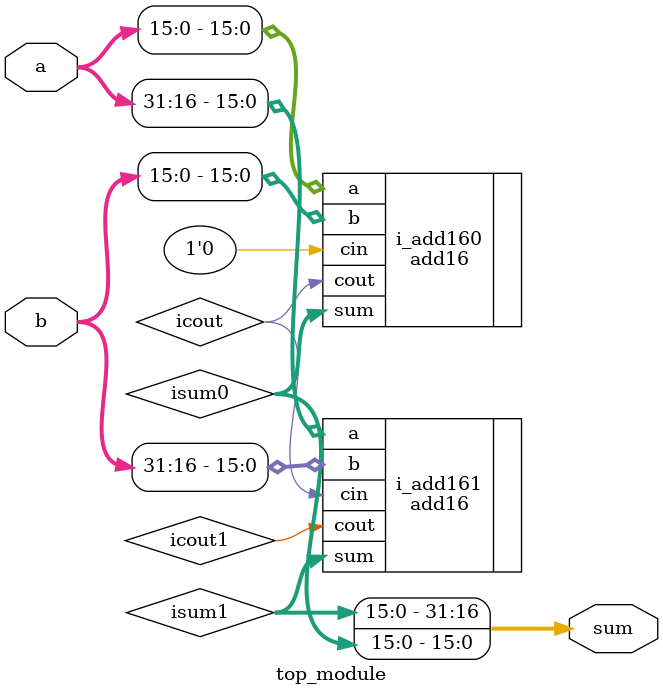
<source format=v>

module top_module (
	input  [31:0] a  ,
	input  [31:0] b  ,
	output [31:0] sum
);
	//given a module add16 that performs a 16-bit addition. Instantiate two of
	//them to create a 32-bit adder. One add16 module computes the lower 16 bits
	//of the addition result, while the second add16 module computes the upper 16
	//bits of the result
	reg [15:0] isum0, isum1;
	reg        icout, icout1;
	add16 i_add160 (
		.a   (a[15:0]),
		.b   (b[15:0]),
		.cin (1'b0   ),
		.sum (isum0  ),
		.cout(icout  )
	);

	add16 i_add161 (
		.a   (a[31:16]),
		.b   (b[31:16]),
		.cin (icout   ),
		.sum (isum1   ),
		.cout(icout1  )
	);
	assign sum = {isum1, isum0};

endmodule

</source>
